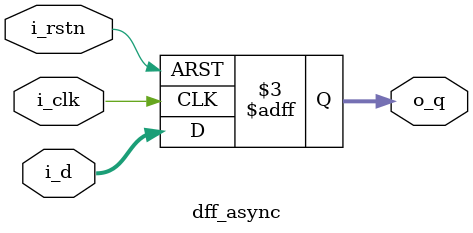
<source format=v>

module dff_sync
#(
	parameter	BW_DATA	= 32
)
(
	output reg [BW_DATA-1:0]	o_q,
	input	   [BW_DATA-1:0]	i_d,
	input						i_clk,
	input						i_rstn
);

	always @(posedge i_clk) begin
		if(!i_rstn) begin
			o_q <= 1'b0;
		end else begin
			o_q <= i_d;
		end
	end
endmodule

module dff_async
#(
	parameter	BW_DATA	= 32
)
(
	output reg [BW_DATA-1:0]	o_q,
	input	   [BW_DATA-1:0]    i_d,
	input						i_clk,
	input       				i_rstn
);

	always @(posedge i_clk or negedge i_rstn) begin
		if(!i_rstn) begin
			o_q <= 1'b0;
		end else begin
			o_q <= i_d;
		end
	end
endmodule


</source>
